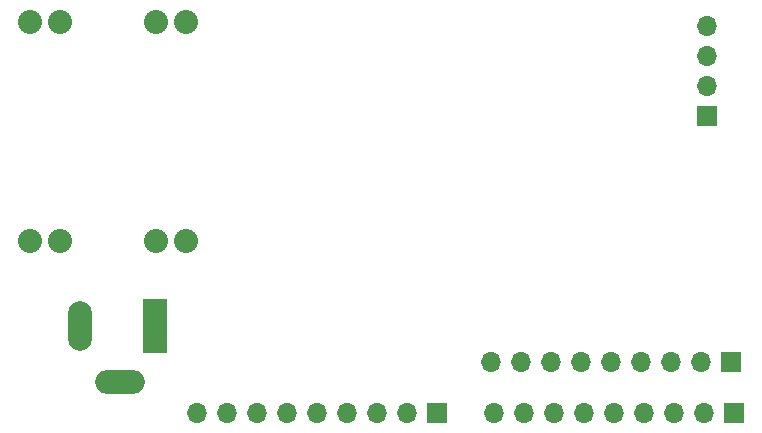
<source format=gbr>
%TF.GenerationSoftware,KiCad,Pcbnew,(7.0.0)*%
%TF.CreationDate,2023-04-20T18:18:11+02:00*%
%TF.ProjectId,PCB_uitlezen_gsm,5043425f-7569-4746-9c65-7a656e5f6773,rev?*%
%TF.SameCoordinates,Original*%
%TF.FileFunction,Soldermask,Bot*%
%TF.FilePolarity,Negative*%
%FSLAX46Y46*%
G04 Gerber Fmt 4.6, Leading zero omitted, Abs format (unit mm)*
G04 Created by KiCad (PCBNEW (7.0.0)) date 2023-04-20 18:18:11*
%MOMM*%
%LPD*%
G01*
G04 APERTURE LIST*
%ADD10R,1.700000X1.700000*%
%ADD11O,1.700000X1.700000*%
%ADD12C,2.032000*%
%ADD13R,2.000000X4.600000*%
%ADD14O,2.000000X4.200000*%
%ADD15O,4.200000X2.000000*%
G04 APERTURE END LIST*
D10*
%TO.C,SCHERM3*%
X115823999Y-111759999D03*
D11*
X113283999Y-111759999D03*
X110743999Y-111759999D03*
X108203999Y-111759999D03*
X105663999Y-111759999D03*
X103123999Y-111759999D03*
X100583999Y-111759999D03*
X98043999Y-111759999D03*
X95503999Y-111759999D03*
%TD*%
D12*
%TO.C,U2*%
X81407000Y-97250000D03*
X83947000Y-97250000D03*
X92075000Y-97250000D03*
X94615000Y-97250000D03*
X94615000Y-78708000D03*
X92075000Y-78708000D03*
X83947000Y-78708000D03*
X81407000Y-78708000D03*
%TD*%
D10*
%TO.C,SCHERM1*%
X140715999Y-107441999D03*
D11*
X138175999Y-107441999D03*
X135635999Y-107441999D03*
X133095999Y-107441999D03*
X130555999Y-107441999D03*
X128015999Y-107441999D03*
X125475999Y-107441999D03*
X122935999Y-107441999D03*
X120395999Y-107441999D03*
%TD*%
D10*
%TO.C,J1*%
X138683999Y-86603999D03*
D11*
X138683999Y-84063999D03*
X138683999Y-81523999D03*
X138683999Y-78983999D03*
%TD*%
D13*
%TO.C,J2*%
X91947999Y-104393999D03*
D14*
X85647999Y-104393999D03*
D15*
X89047999Y-109193999D03*
%TD*%
D10*
%TO.C,SCHERM2*%
X140969999Y-111759999D03*
D11*
X138429999Y-111759999D03*
X135889999Y-111759999D03*
X133349999Y-111759999D03*
X130809999Y-111759999D03*
X128269999Y-111759999D03*
X125729999Y-111759999D03*
X123189999Y-111759999D03*
X120649999Y-111759999D03*
%TD*%
M02*

</source>
